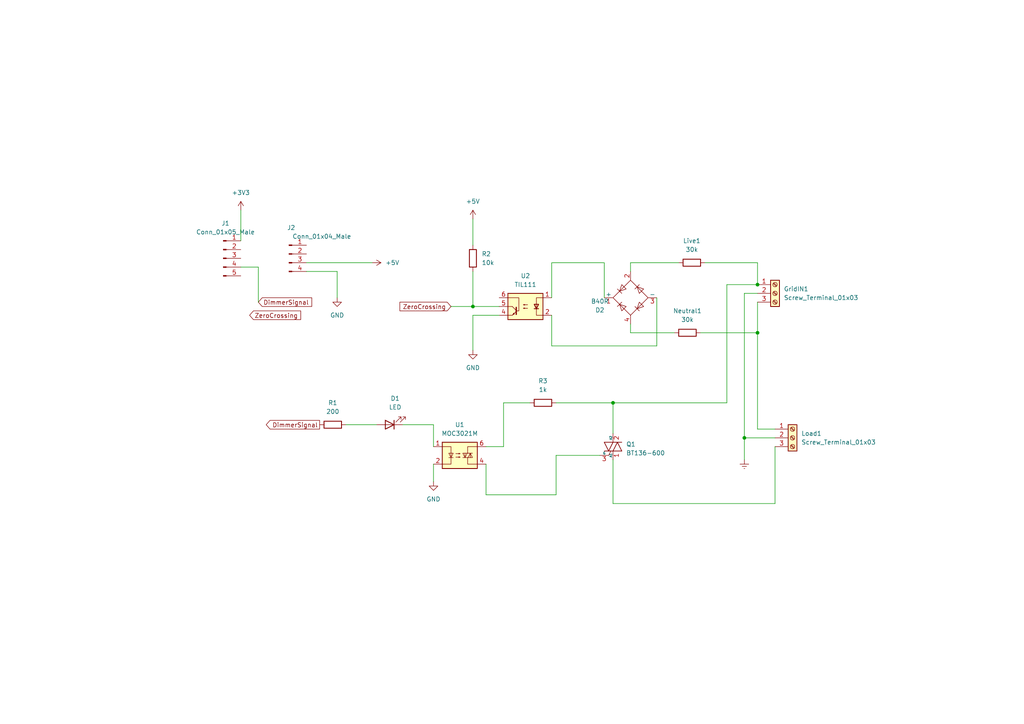
<source format=kicad_sch>
(kicad_sch (version 20211123) (generator eeschema)
  (paper "A4")
  (lib_symbols
    (symbol "Connector:Conn_01x04_Male" (pin_names (offset 1.016) hide)
      (property "Reference" "J" (at 0 5.08 0))
      (property "Value" "Conn_01x04_Male" (at 0 -7.62 0))
      (symbol "Conn_01x04_Male_1_1"
        (polyline (pts (xy 1.27 -5.08) (xy 0.8636 -5.08)) (stroke (width 0.1524)))
        (polyline (pts (xy 1.27 -2.54) (xy 0.8636 -2.54)) (stroke (width 0.1524)))
        (polyline (pts (xy 1.27 0) (xy 0.8636 0)) (stroke (width 0.1524)))
        (polyline (pts (xy 1.27 2.54) (xy 0.8636 2.54)) (stroke (width 0.1524)))
        (rectangle (start 0.8636 -4.953) (end 0 -5.207) (stroke (width 0.1524)) (fill (type outline)))
        (rectangle (start 0.8636 -2.413) (end 0 -2.667) (stroke (width 0.1524)) (fill (type outline)))
        (rectangle (start 0.8636 0.127) (end 0 -0.127) (stroke (width 0.1524)) (fill (type outline)))
        (rectangle (start 0.8636 2.667) (end 0 2.413) (stroke (width 0.1524)) (fill (type outline)))
        (pin passive line (at 5.08 2.54 180) (length 3.81) (name "Pin_1") (number "1"))
        (pin passive line (at 5.08 0 180) (length 3.81) (name "Pin_2") (number "2"))
        (pin passive line (at 5.08 -2.54 180) (length 3.81) (name "Pin_3") (number "3"))
        (pin passive line (at 5.08 -5.08 180) (length 3.81) (name "Pin_4") (number "4"))
      )
    )
    (symbol "Connector:Conn_01x05_Male" (pin_names (offset 1.016) hide)
      (property "Reference" "J" (at 0 7.62 0))
      (property "Value" "Conn_01x05_Male" (at 0 -7.62 0))
      (symbol "Conn_01x05_Male_1_1"
        (polyline (pts (xy 1.27 -5.08) (xy 0.8636 -5.08)) (stroke (width 0.1524)))
        (polyline (pts (xy 1.27 -2.54) (xy 0.8636 -2.54)) (stroke (width 0.1524)))
        (polyline (pts (xy 1.27 0) (xy 0.8636 0)) (stroke (width 0.1524)))
        (polyline (pts (xy 1.27 2.54) (xy 0.8636 2.54)) (stroke (width 0.1524)))
        (polyline (pts (xy 1.27 5.08) (xy 0.8636 5.08)) (stroke (width 0.1524)))
        (rectangle (start 0.8636 -4.953) (end 0 -5.207) (stroke (width 0.1524)) (fill (type outline)))
        (rectangle (start 0.8636 -2.413) (end 0 -2.667) (stroke (width 0.1524)) (fill (type outline)))
        (rectangle (start 0.8636 0.127) (end 0 -0.127) (stroke (width 0.1524)) (fill (type outline)))
        (rectangle (start 0.8636 2.667) (end 0 2.413) (stroke (width 0.1524)) (fill (type outline)))
        (rectangle (start 0.8636 5.207) (end 0 4.953) (stroke (width 0.1524)) (fill (type outline)))
        (pin passive line (at 5.08 5.08 180) (length 3.81) (name "Pin_1") (number "1"))
        (pin passive line (at 5.08 2.54 180) (length 3.81) (name "Pin_2") (number "2"))
        (pin passive line (at 5.08 0 180) (length 3.81) (name "Pin_3") (number "3"))
        (pin passive line (at 5.08 -2.54 180) (length 3.81) (name "Pin_4") (number "4"))
        (pin passive line (at 5.08 -5.08 180) (length 3.81) (name "Pin_5") (number "5"))
      )
    )
    (symbol "Connector:Screw_Terminal_01x03" (pin_names (offset 1.016) hide)
      (property "Reference" "J" (at 0 5.08 0))
      (property "Value" "Screw_Terminal_01x03" (at 0 -5.08 0))
      (symbol "Screw_Terminal_01x03_1_1"
        (rectangle (start -1.27 3.81) (end 1.27 -3.81) (stroke (width 0.254)) (fill (type background)))
        (circle (center 0 -2.54) (radius 0.635) (stroke (width 0.1524)))
        (polyline (pts (xy -0.5334 -2.2098) (xy 0.3302 -3.048)) (stroke (width 0.1524)))
        (polyline (pts (xy -0.5334 0.3302) (xy 0.3302 -0.508)) (stroke (width 0.1524)))
        (polyline (pts (xy -0.5334 2.8702) (xy 0.3302 2.032)) (stroke (width 0.1524)))
        (polyline (pts (xy -0.3556 -2.032) (xy 0.508 -2.8702)) (stroke (width 0.1524)))
        (polyline (pts (xy -0.3556 0.508) (xy 0.508 -0.3302)) (stroke (width 0.1524)))
        (polyline (pts (xy -0.3556 3.048) (xy 0.508 2.2098)) (stroke (width 0.1524)))
        (circle (center 0 0) (radius 0.635) (stroke (width 0.1524)))
        (circle (center 0 2.54) (radius 0.635) (stroke (width 0.1524)))
        (pin passive line (at -5.08 2.54 0) (length 3.81) (name "Pin_1") (number "1"))
        (pin passive line (at -5.08 0 0) (length 3.81) (name "Pin_2") (number "2"))
        (pin passive line (at -5.08 -2.54 0) (length 3.81) (name "Pin_3") (number "3"))
      )
    )
    (symbol "Device:LED" (pin_numbers hide) (pin_names (offset 1.016) hide)
      (property "Reference" "D" (at 0 2.54 0))
      (property "Value" "LED" (at 0 -2.54 0))
      (symbol "LED_0_1"
        (polyline (pts (xy -1.27 -1.27) (xy -1.27 1.27)) (stroke (width 0.254)))
        (polyline (pts (xy -1.27 0) (xy 1.27 0)))
        (polyline (pts (xy 1.27 -1.27) (xy 1.27 1.27) (xy -1.27 0) (xy 1.27 -1.27)) (stroke (width 0.254)))
        (polyline (pts (xy -3.048 -0.762) (xy -4.572 -2.286) (xy -3.81 -2.286) (xy -4.572 -2.286) (xy -4.572 -1.524)))
        (polyline (pts (xy -1.778 -0.762) (xy -3.302 -2.286) (xy -2.54 -2.286) (xy -3.302 -2.286) (xy -3.302 -1.524)))
      )
      (symbol "LED_1_1"
        (pin passive line (at -3.81 0 0) (length 2.54) (name "K") (number "1"))
        (pin passive line (at 3.81 0 180) (length 2.54) (name "A") (number "2"))
      )
    )
    (symbol "Device:R" (pin_numbers hide) (pin_names (offset 0))
      (property "Reference" "R" (at 2.032 0 90))
      (property "Value" "R" (at 0 0 90))
      (symbol "R_0_1"
        (rectangle (start -1.016 -2.54) (end 1.016 2.54) (stroke (width 0.254)))
      )
      (symbol "R_1_1"
        (pin passive line (at 0 3.81 270) (length 1.27) (name "~") (number "1"))
        (pin passive line (at 0 -3.81 90) (length 1.27) (name "~") (number "2"))
      )
    )
    (symbol "Diode_Bridge:B40R" (pin_names (offset 0))
      (property "Reference" "D" (at 2.54 6.985 0))
      (property "Value" "B40R" (at 2.54 5.08 0))
      (symbol "B40R_0_1"
        (polyline (pts (xy -2.54 3.81) (xy -1.27 2.54)))
        (polyline (pts (xy -1.27 -2.54) (xy -2.54 -3.81)))
        (polyline (pts (xy 2.54 -1.27) (xy 3.81 -2.54)))
        (polyline (pts (xy 2.54 1.27) (xy 3.81 2.54)))
        (polyline (pts (xy -3.81 2.54) (xy -2.54 1.27) (xy -1.905 3.175) (xy -3.81 2.54)))
        (polyline (pts (xy -2.54 -1.27) (xy -3.81 -2.54) (xy -1.905 -3.175) (xy -2.54 -1.27)))
        (polyline (pts (xy 1.27 2.54) (xy 2.54 3.81) (xy 3.175 1.905) (xy 1.27 2.54)))
        (polyline (pts (xy 3.175 -1.905) (xy 1.27 -2.54) (xy 2.54 -3.81) (xy 3.175 -1.905)))
        (polyline (pts (xy -5.08 0) (xy 0 -5.08) (xy 5.08 0) (xy 0 5.08) (xy -5.08 0)))
      )
      (symbol "B40R_1_1"
        (pin passive line (at 7.62 0 180) (length 2.54) (name "+") (number "1"))
        (pin passive line (at 0 -7.62 90) (length 2.54) (name "~") (number "2"))
        (pin passive line (at -7.62 0 0) (length 2.54) (name "-") (number "3"))
        (pin passive line (at 0 7.62 270) (length 2.54) (name "~") (number "4"))
      )
    )
    (symbol "Isolator:TIL111" (pin_names (offset 1.016))
      (property "Reference" "U" (at -5.08 5.08 0))
      (property "Value" "TIL111" (at 0 5.08 0))
      (symbol "TIL111_0_1"
        (rectangle (start -5.08 3.81) (end 5.08 -3.81) (stroke (width 0.254)) (fill (type background)))
        (polyline (pts (xy -3.81 -0.635) (xy -2.54 -0.635)) (stroke (width 0.254)))
        (polyline (pts (xy 2.667 -1.397) (xy 3.81 -2.54)))
        (polyline (pts (xy 2.667 -1.143) (xy 3.81 0)))
        (polyline (pts (xy 3.81 -2.54) (xy 5.08 -2.54)))
        (polyline (pts (xy 3.81 0) (xy 5.08 0)))
        (polyline (pts (xy 2.667 -0.254) (xy 2.667 -2.286) (xy 2.667 -2.286)) (stroke (width 0.3556)))
        (polyline (pts (xy -5.08 -2.54) (xy -3.175 -2.54) (xy -3.175 2.54) (xy -5.08 2.54)))
        (polyline (pts (xy -3.175 -0.635) (xy -3.81 0.635) (xy -2.54 0.635) (xy -3.175 -0.635)) (stroke (width 0.254)))
        (polyline (pts (xy 3.683 -2.413) (xy 3.429 -1.905) (xy 3.175 -2.159) (xy 3.683 -2.413)))
        (polyline (pts (xy 5.08 2.54) (xy 1.905 2.54) (xy 1.905 -1.27) (xy 2.54 -1.27)))
        (polyline (pts (xy -0.635 -0.508) (xy 0.635 -0.508) (xy 0.254 -0.635) (xy 0.254 -0.381) (xy 0.635 -0.508)))
        (polyline (pts (xy -0.635 0.508) (xy 0.635 0.508) (xy 0.254 0.381) (xy 0.254 0.635) (xy 0.635 0.508)))
      )
      (symbol "TIL111_1_1"
        (pin passive line (at -7.62 2.54 0) (length 2.54) (name "~") (number "1"))
        (pin passive line (at -7.62 -2.54 0) (length 2.54) (name "~") (number "2"))
        (pin no_connect line (at -5.08 0 0) (length 2.54) hide (name "NC") (number "3"))
        (pin passive line (at 7.62 -2.54 180) (length 2.54) (name "~") (number "4"))
        (pin passive line (at 7.62 0 180) (length 2.54) (name "~") (number "5"))
        (pin passive line (at 7.62 2.54 180) (length 2.54) (name "~") (number "6"))
      )
    )
    (symbol "Relay_SolidState:MOC3021M"
      (property "Reference" "U" (at -5.334 4.826 0))
      (property "Value" "MOC3021M" (at 0 5.08 0))
      (symbol "MOC3021M_0_1"
        (rectangle (start -5.08 3.81) (end 5.08 -3.81) (stroke (width 0.254)) (fill (type background)))
        (polyline (pts (xy -3.175 -0.635) (xy -1.905 -0.635)))
        (polyline (pts (xy 1.524 -0.635) (xy 1.524 0.635)))
        (polyline (pts (xy 3.048 0.635) (xy 3.048 -0.635)))
        (polyline (pts (xy 2.286 -0.635) (xy 2.286 -2.54) (xy 5.08 -2.54)))
        (polyline (pts (xy 2.286 0.635) (xy 2.286 2.54) (xy 5.08 2.54)))
        (polyline (pts (xy -5.08 2.54) (xy -2.54 2.54) (xy -2.54 -2.54) (xy -5.08 -2.54)))
        (polyline (pts (xy -2.54 -0.635) (xy -3.175 0.635) (xy -1.905 0.635) (xy -2.54 -0.635)))
        (polyline (pts (xy 0.889 -0.635) (xy 3.683 -0.635) (xy 3.048 0.635) (xy 2.413 -0.635)))
        (polyline (pts (xy 3.683 0.635) (xy 0.889 0.635) (xy 1.524 -0.635) (xy 2.159 0.635)))
        (polyline (pts (xy -1.143 -0.508) (xy 0.127 -0.508) (xy -0.254 -0.635) (xy -0.254 -0.381) (xy 0.127 -0.508)))
        (polyline (pts (xy -1.143 0.508) (xy 0.127 0.508) (xy -0.254 0.381) (xy -0.254 0.635) (xy 0.127 0.508)))
      )
      (symbol "MOC3021M_1_1"
        (pin passive line (at -7.62 2.54 0) (length 2.54) (name "~") (number "1"))
        (pin passive line (at -7.62 -2.54 0) (length 2.54) (name "~") (number "2"))
        (pin no_connect line (at -5.08 0 0) (length 2.54) hide (name "NC") (number "3"))
        (pin passive line (at 7.62 -2.54 180) (length 2.54) (name "~") (number "4"))
        (pin no_connect line (at 5.08 0 180) (length 2.54) hide (name "NC") (number "5"))
        (pin passive line (at 7.62 2.54 180) (length 2.54) (name "~") (number "6"))
      )
    )
    (symbol "Triac_Thyristor:BT136-600" (pin_names (offset 0))
      (property "Reference" "Q" (at 5.08 1.905 0))
      (property "Value" "BT136-600" (at 5.08 0 0))
      (symbol "BT136-600_0_1"
        (polyline (pts (xy -2.54 -1.27) (xy 2.54 -1.27)) (stroke (width 0.2032)))
        (polyline (pts (xy -2.54 1.27) (xy 2.54 1.27)) (stroke (width 0.2032)))
        (polyline (pts (xy -1.27 -2.54) (xy -0.635 -1.27)))
        (polyline (pts (xy -2.54 1.27) (xy -1.27 -1.27) (xy 0 1.27)) (stroke (width 0.2032)))
        (polyline (pts (xy 0 -1.27) (xy 1.27 1.27) (xy 2.54 -1.27)) (stroke (width 0.2032)))
      )
      (symbol "BT136-600_1_1"
        (pin passive line (at 0 -3.81 90) (length 2.54) (name "A1") (number "1"))
        (pin passive line (at 0 3.81 270) (length 2.54) (name "A2") (number "2"))
        (pin input line (at -3.81 -2.54 0) (length 2.54) (name "G") (number "3"))
      )
    )
    (symbol "power:+3V3" (power) (pin_names (offset 0))
      (property "Value" "+3V3" (at 0 3.556 0))
      (symbol "+3V3_0_1"
        (polyline (pts (xy -0.762 1.27) (xy 0 2.54)))
        (polyline (pts (xy 0 0) (xy 0 2.54)))
        (polyline (pts (xy 0 2.54) (xy 0.762 1.27)))
      )
      (symbol "+3V3_1_1"
        (pin power_in line (at 0 0 90) (length 0) hide (name "+3V3") (number "1"))
      )
    )
    (symbol "power:+5V" (power) (pin_names (offset 0))
      (property "Value" "+5V" (at 0 3.556 0))
      (symbol "+5V_0_1"
        (polyline (pts (xy -0.762 1.27) (xy 0 2.54)))
        (polyline (pts (xy 0 0) (xy 0 2.54)))
        (polyline (pts (xy 0 2.54) (xy 0.762 1.27)))
      )
      (symbol "+5V_1_1"
        (pin power_in line (at 0 0 90) (length 0) hide (name "+5V") (number "1"))
      )
    )
    (symbol "power:Earth" (power) (pin_names (offset 0))
      (symbol "Earth_0_1"
        (polyline (pts (xy -0.635 -1.905) (xy 0.635 -1.905)))
        (polyline (pts (xy -0.127 -2.54) (xy 0.127 -2.54)))
        (polyline (pts (xy 0 -1.27) (xy 0 0)))
        (polyline (pts (xy 1.27 -1.27) (xy -1.27 -1.27)))
      )
      (symbol "Earth_1_1"
        (pin power_in line (at 0 0 270) (length 0) hide (name "Earth") (number "1"))
      )
    )
    (symbol "power:GND" (power) (pin_names (offset 0))
      (property "Value" "GND" (at 0 -3.81 0))
      (symbol "GND_0_1"
        (polyline (pts (xy 0 0) (xy 0 -1.27) (xy 1.27 -1.27) (xy 0 -2.54) (xy -1.27 -1.27) (xy 0 -1.27)))
      )
      (symbol "GND_1_1"
        (pin power_in line (at 0 0 270) (length 0) hide (name "GND") (number "1"))
      )
    )
  )
  (junction (at 219.71 82.55))
  (junction (at 215.9 127))
  (junction (at 137.16 88.9))
  (junction (at 219.71 96.52))
  (junction (at 177.8 116.84))
  (wire (pts (xy 146.05 129.54) (xy 146.05 116.84)))
  (wire (pts (xy 161.29 132.08) (xy 173.99 132.08)))
  (wire (pts (xy 160.02 76.2) (xy 160.02 86.36)))
  (wire (pts (xy 215.9 127) (xy 215.9 133.35)))
  (wire (pts (xy 125.73 123.19) (xy 125.73 129.54)))
  (wire (pts (xy 219.71 87.63) (xy 219.71 96.52)))
  (wire (pts (xy 137.16 63.5) (xy 137.16 71.12)))
  (wire (pts (xy 69.85 77.47) (xy 74.93 77.47)))
  (wire (pts (xy 140.97 129.54) (xy 146.05 129.54)))
  (wire (pts (xy 140.97 143.51) (xy 140.97 134.62)))
  (wire (pts (xy 177.8 125.73) (xy 177.8 116.84)))
  (wire (pts (xy 125.73 139.7) (xy 125.73 134.62)))
  (wire (pts (xy 175.26 76.2) (xy 175.26 86.36)))
  (wire (pts (xy 215.9 127) (xy 224.79 127)))
  (wire (pts (xy 215.9 85.09) (xy 215.9 127)))
  (wire (pts (xy 204.47 76.2) (xy 219.71 76.2)))
  (wire (pts (xy 137.16 91.44) (xy 144.78 91.44)))
  (wire (pts (xy 177.8 116.84) (xy 210.82 116.84)))
  (wire (pts (xy 190.5 86.36) (xy 190.5 100.33)))
  (wire (pts (xy 182.88 76.2) (xy 196.85 76.2)))
  (wire (pts (xy 219.71 85.09) (xy 215.9 85.09)))
  (wire (pts (xy 130.81 88.9) (xy 137.16 88.9)))
  (wire (pts (xy 137.16 78.74) (xy 137.16 88.9)))
  (wire (pts (xy 146.05 116.84) (xy 153.67 116.84)))
  (wire (pts (xy 177.8 146.05) (xy 224.79 146.05)))
  (wire (pts (xy 203.2 96.52) (xy 219.71 96.52)))
  (wire (pts (xy 219.71 124.46) (xy 224.79 124.46)))
  (wire (pts (xy 160.02 76.2) (xy 175.26 76.2)))
  (wire (pts (xy 137.16 88.9) (xy 144.78 88.9)))
  (wire (pts (xy 210.82 82.55) (xy 219.71 82.55)))
  (wire (pts (xy 177.8 116.84) (xy 161.29 116.84)))
  (wire (pts (xy 116.84 123.19) (xy 125.73 123.19)))
  (wire (pts (xy 160.02 100.33) (xy 190.5 100.33)))
  (wire (pts (xy 137.16 91.44) (xy 137.16 101.6)))
  (wire (pts (xy 210.82 116.84) (xy 210.82 82.55)))
  (wire (pts (xy 140.97 143.51) (xy 161.29 143.51)))
  (wire (pts (xy 182.88 78.74) (xy 182.88 76.2)))
  (wire (pts (xy 69.85 60.96) (xy 69.85 69.85)))
  (wire (pts (xy 219.71 76.2) (xy 219.71 82.55)))
  (wire (pts (xy 88.9 76.2) (xy 107.95 76.2)))
  (wire (pts (xy 74.93 87.63) (xy 74.93 77.47)))
  (wire (pts (xy 195.58 96.52) (xy 182.88 96.52)))
  (wire (pts (xy 219.71 96.52) (xy 219.71 124.46)))
  (wire (pts (xy 97.79 78.74) (xy 88.9 78.74)))
  (wire (pts (xy 177.8 146.05) (xy 177.8 133.35)))
  (wire (pts (xy 160.02 91.44) (xy 160.02 100.33)))
  (wire (pts (xy 161.29 143.51) (xy 161.29 132.08)))
  (wire (pts (xy 97.79 86.36) (xy 97.79 78.74)))
  (wire (pts (xy 224.79 146.05) (xy 224.79 129.54)))
  (wire (pts (xy 100.33 123.19) (xy 109.22 123.19)))
  (wire (pts (xy 182.88 96.52) (xy 182.88 93.98)))
  (global_label "ZeroCrossing" (shape input) (at 130.81 88.9 180) (property "Intersheet References" "${INTERSHEET_REFS}" (effects hide)))
  (global_label "ZeroCrossing" (shape input) (at 72.39 91.44 0) (property "Intersheet References" "${INTERSHEET_REFS}" (effects hide)))
  (global_label "DimmerSignal" (shape output) (at 92.71 123.19 180) (property "Intersheet References" "${INTERSHEET_REFS}" (effects hide)))
  (global_label "DimmerSignal" (shape input) (at 74.93 87.63 0) (property "Intersheet References" "${INTERSHEET_REFS}" (effects hide)))
  (symbol (lib_id "power:GND") (at 97.79 86.36 0) (unit 1)
    (property "Reference" "#PWR0103" (effects hide))
    (property "Value" "GND" (at 97.79 91.44 0))
  )
  (symbol (lib_id "power:+5V") (at 107.95 76.2 270) (unit 1)
    (property "Reference" "#PWR0102" (effects hide))
    (property "Value" "+5V" (at 111.76 76.1999 90) (effects (justify left)))
  )
  (symbol (lib_id "Connector:Conn_01x05_Male") (at 64.77 74.93 0) (unit 1)
    (property "Reference" "J1" (at 65.405 64.77 0))
    (property "Value" "Conn_01x05_Male" (at 65.405 67.31 0))
    (property "Footprint" "Connector_PinHeader_2.54mm:PinHeader_1x05_P2.54mm_Vertical" (effects hide))
  )
  (symbol (lib_id "Isolator:TIL111") (at 152.4 88.9 0) (mirror y) (unit 1)
    (property "Reference" "U2" (at 152.4 80.01 0))
    (property "Value" "TIL111" (at 152.4 82.55 0))
    (property "Footprint" "Package_DIP:DIP-6_W7.62mm" (effects hide))
    (property "Datasheet" "https://www.egr.msu.edu/eceshop/Parts_Inventory/datasheets/til111.pdf" (effects hide))
  )
  (symbol (lib_id "Relay_SolidState:MOC3021M") (at 133.35 132.08 0) (unit 1)
    (property "Reference" "U1" (at 133.35 123.19 0))
    (property "Value" "MOC3021M" (at 133.35 125.73 0))
    (property "Footprint" "Package_DIP:DIP-5-6_W7.62mm" (effects hide))
    (property "Datasheet" "https://www.onsemi.com/pub/Collateral/MOC3023M-D.PDF" (effects hide))
  )
  (symbol (lib_id "Connector:Conn_01x04_Male") (at 83.82 73.66 0) (unit 1)
    (property "Reference" "J2" (at 84.455 66.04 0))
    (property "Value" "Conn_01x04_Male" (at 93.345 68.58 0))
    (property "Footprint" "Connector_PinHeader_2.54mm:PinHeader_1x04_P2.54mm_Vertical" (effects hide))
  )
  (symbol (lib_id "Device:R") (at 157.48 116.84 90) (unit 1)
    (property "Reference" "R3" (at 157.48 110.49 90))
    (property "Value" "1k" (at 157.48 113.03 90))
    (property "Footprint" "Resistor_THT:R_Axial_DIN0207_L6.3mm_D2.5mm_P10.16mm_Horizontal" (effects hide))
  )
  (symbol (lib_id "Diode_Bridge:B40R") (at 182.88 86.36 180) (unit 1)
    (property "Reference" "D2" (at 173.99 89.9414 0))
    (property "Value" "B40R" (at 173.99 87.4014 0))
    (property "Footprint" "Diode_THT:Diode_Bridge_Round_D9.0mm" (effects hide))
    (property "Datasheet" "https://diotec.com/tl_files/diotec/files/pdf/datasheets/b40r.pdf" (effects hide))
  )
  (symbol (lib_id "power:GND") (at 137.16 101.6 0) (unit 1)
    (property "Reference" "#PWR03" (effects hide))
    (property "Value" "GND" (at 137.16 106.68 0))
  )
  (symbol (lib_id "Connector:Screw_Terminal_01x03") (at 224.79 85.09 0) (unit 1)
    (property "Reference" "GridIN1" (at 227.33 83.8199 0) (effects (justify left)))
    (property "Value" "Screw_Terminal_01x03" (at 227.33 86.3599 0) (effects (justify left)))
    (property "Footprint" "TerminalBlock:TerminalBlock_Altech_AK300-3_P5.00mm" (effects hide))
  )
  (symbol (lib_id "Device:R") (at 96.52 123.19 90) (unit 1)
    (property "Reference" "R1" (at 96.52 116.84 90))
    (property "Value" "200" (at 96.52 119.38 90))
    (property "Footprint" "Resistor_THT:R_Axial_DIN0207_L6.3mm_D2.5mm_P10.16mm_Horizontal" (effects hide))
  )
  (symbol (lib_id "power:+3V3") (at 69.85 60.96 0) (unit 1)
    (property "Reference" "#PWR0101" (effects hide))
    (property "Value" "+3V3" (at 69.85 55.88 0))
  )
  (symbol (lib_id "power:GND") (at 125.73 139.7 0) (unit 1)
    (property "Reference" "#PWR01" (effects hide))
    (property "Value" "GND" (at 125.73 144.78 0))
  )
  (symbol (lib_id "Device:LED") (at 113.03 123.19 180) (unit 1)
    (property "Reference" "D1" (at 114.6175 115.57 0))
    (property "Value" "LED" (at 114.6175 118.11 0))
    (property "Footprint" "LED_THT:LED_D3.0mm" (effects hide))
  )
  (symbol (lib_id "Device:R") (at 200.66 76.2 90) (unit 1)
    (property "Reference" "Live1" (at 200.66 69.85 90))
    (property "Value" "30k" (at 200.66 72.39 90))
    (property "Footprint" "Resistor_THT:R_Axial_DIN0207_L6.3mm_D2.5mm_P10.16mm_Horizontal" (effects hide))
  )
  (symbol (lib_id "Triac_Thyristor:BT136-600") (at 177.8 129.54 0) (unit 1)
    (property "Reference" "Q1" (at 181.61 128.8541 0) (effects (justify left)))
    (property "Value" "BT136-600" (at 181.61 131.3941 0) (effects (justify left)))
    (property "Footprint" "Package_TO_SOT_THT:TO-220-3_Vertical" (effects hide))
    (property "Datasheet" "http://www.micropik.com/PDF/BT136-600.pdf" (effects hide))
  )
  (symbol (lib_id "Device:R") (at 199.39 96.52 90) (unit 1)
    (property "Reference" "Neutral1" (at 199.39 90.17 90))
    (property "Value" "30k" (at 199.39 92.71 90))
    (property "Footprint" "Resistor_THT:R_Axial_DIN0207_L6.3mm_D2.5mm_P10.16mm_Horizontal" (effects hide))
  )
  (symbol (lib_id "Connector:Screw_Terminal_01x03") (at 229.87 127 0) (unit 1)
    (property "Reference" "Load1" (at 232.41 125.7299 0) (effects (justify left)))
    (property "Value" "Screw_Terminal_01x03" (at 232.41 128.2699 0) (effects (justify left)))
    (property "Footprint" "TerminalBlock:TerminalBlock_Altech_AK300-3_P5.00mm" (effects hide))
  )
  (symbol (lib_id "Device:R") (at 137.16 74.93 0) (unit 1)
    (property "Reference" "R2" (at 139.7 73.6599 0) (effects (justify left)))
    (property "Value" "10k" (at 139.7 76.1999 0) (effects (justify left)))
    (property "Footprint" "Resistor_THT:R_Axial_DIN0207_L6.3mm_D2.5mm_P10.16mm_Horizontal" (effects hide))
  )
  (symbol (lib_id "power:+5V") (at 137.16 63.5 0) (unit 1)
    (property "Reference" "#PWR02" (effects hide))
    (property "Value" "+5V" (at 137.16 58.42 0))
  )
  (symbol (lib_id "power:Earth") (at 215.9 133.35 0) (unit 1)
    (property "Reference" "#PWR?" (effects hide))
    (property "Value" "Earth" (effects hide))
  )
)
</source>
